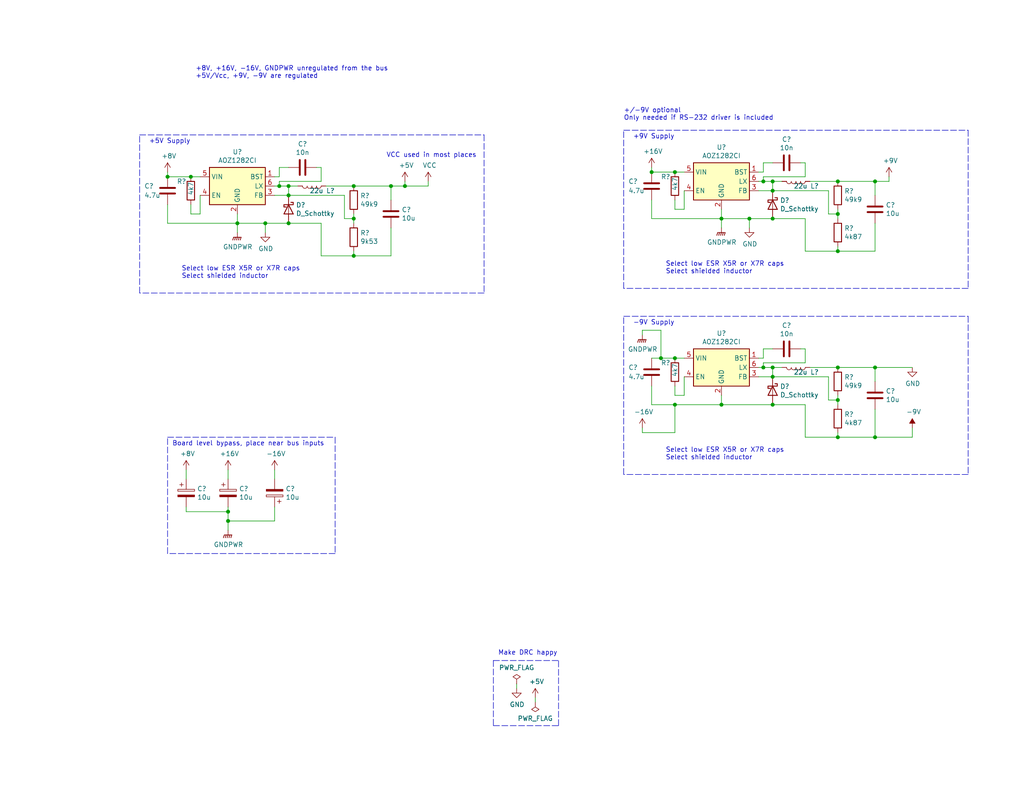
<source format=kicad_sch>
(kicad_sch (version 20211123) (generator eeschema)
  (paper "USLetter")
  (title_block (title "Power Management - zara80 CPU board") (date "2022-01-04") (rev "1") (company "notcows"))
  (lib_symbols
    (symbol "Device:C" (pin_numbers hide) (pin_names (offset 0.254))
      (property "Reference" "C" (at 0.635 2.54 0))
      (property "Value" "C" (at 0.635 -2.54 0))
      (symbol "C_0_1"
        (polyline (pts (xy -2.032 -0.762) (xy 2.032 -0.762)) (stroke (width 0.508)))
        (polyline (pts (xy -2.032 0.762) (xy 2.032 0.762)) (stroke (width 0.508)))
      )
      (symbol "C_1_1"
        (pin passive line (at 0 3.81 270) (length 2.794) (name "~") (number "1"))
        (pin passive line (at 0 -3.81 90) (length 2.794) (name "~") (number "2"))
      )
    )
    (symbol "Device:CP" (pin_numbers hide) (pin_names (offset 0.254))
      (property "Reference" "C" (at 0.635 2.54 0))
      (property "Value" "Device_CP" (at 0.635 -2.54 0))
      (symbol "CP_0_1"
        (rectangle (start -2.286 0.508) (end 2.286 1.016))
        (polyline (pts (xy -1.778 2.286) (xy -0.762 2.286)))
        (polyline (pts (xy -1.27 2.794) (xy -1.27 1.778)))
        (rectangle (start 2.286 -0.508) (end -2.286 -1.016) (fill (type outline)))
      )
      (symbol "CP_1_1"
        (pin passive line (at 0 3.81 270) (length 2.794) (name "~") (number "1"))
        (pin passive line (at 0 -3.81 90) (length 2.794) (name "~") (number "2"))
      )
    )
    (symbol "Device:D_Schottky" (pin_numbers hide) (pin_names (offset 1.016) hide)
      (property "Reference" "D" (at 0 2.54 0))
      (property "Value" "D_Schottky" (at 0 -2.54 0))
      (symbol "D_Schottky_0_1"
        (polyline (pts (xy 1.27 0) (xy -1.27 0)))
        (polyline (pts (xy 1.27 1.27) (xy 1.27 -1.27) (xy -1.27 0) (xy 1.27 1.27)) (stroke (width 0.254)))
        (polyline (pts (xy -1.905 0.635) (xy -1.905 1.27) (xy -1.27 1.27) (xy -1.27 -1.27) (xy -0.635 -1.27) (xy -0.635 -0.635)) (stroke (width 0.254)))
      )
      (symbol "D_Schottky_1_1"
        (pin passive line (at -3.81 0 0) (length 2.54) (name "K") (number "1"))
        (pin passive line (at 3.81 0 180) (length 2.54) (name "A") (number "2"))
      )
    )
    (symbol "Device:L" (pin_numbers hide) (pin_names (offset 1.016) hide)
      (property "Reference" "L" (at -1.27 0 90))
      (property "Value" "L" (at 1.905 0 90))
      (symbol "L_0_1"
        (arc (start 0 -2.54) (mid 0.635 -1.905) (end 0 -1.27))
        (arc (start 0 -1.27) (mid 0.635 -0.635) (end 0 0))
        (arc (start 0 0) (mid 0.635 0.635) (end 0 1.27))
        (arc (start 0 1.27) (mid 0.635 1.905) (end 0 2.54))
      )
      (symbol "L_1_1"
        (pin passive line (at 0 3.81 270) (length 1.27) (name "1") (number "1"))
        (pin passive line (at 0 -3.81 90) (length 1.27) (name "2") (number "2"))
      )
    )
    (symbol "Device:R" (pin_numbers hide) (pin_names (offset 0))
      (property "Reference" "R" (at 2.032 0 90))
      (property "Value" "R" (at 0 0 90))
      (symbol "R_0_1"
        (rectangle (start -1.016 -2.54) (end 1.016 2.54) (stroke (width 0.254)))
      )
      (symbol "R_1_1"
        (pin passive line (at 0 3.81 270) (length 1.27) (name "~") (number "1"))
        (pin passive line (at 0 -3.81 90) (length 1.27) (name "~") (number "2"))
      )
    )
    (symbol "power:+5V" (power) (pin_names (offset 0))
      (property "Value" "+5V" (at 0 3.556 0))
      (symbol "+5V_0_1"
        (polyline (pts (xy -0.762 1.27) (xy 0 2.54)))
        (polyline (pts (xy 0 0) (xy 0 2.54)))
        (polyline (pts (xy 0 2.54) (xy 0.762 1.27)))
      )
      (symbol "+5V_1_1"
        (pin power_in line (at 0 0 90) (length 0) hide (name "+5V") (number "1"))
      )
    )
    (symbol "power:+8V" (power) (pin_names (offset 0))
      (property "Value" "+8V" (at 0 3.556 0))
      (symbol "+8V_0_1"
        (polyline (pts (xy -0.762 1.27) (xy 0 2.54)))
        (polyline (pts (xy 0 0) (xy 0 2.54)))
        (polyline (pts (xy 0 2.54) (xy 0.762 1.27)))
      )
      (symbol "+8V_1_1"
        (pin power_in line (at 0 0 90) (length 0) hide (name "+8V") (number "1"))
      )
    )
    (symbol "power:+9V" (power) (pin_names (offset 0))
      (property "Value" "+9V" (at 0 3.556 0))
      (symbol "+9V_0_1"
        (polyline (pts (xy -0.762 1.27) (xy 0 2.54)))
        (polyline (pts (xy 0 0) (xy 0 2.54)))
        (polyline (pts (xy 0 2.54) (xy 0.762 1.27)))
      )
      (symbol "+9V_1_1"
        (pin power_in line (at 0 0 90) (length 0) hide (name "+9V") (number "1"))
      )
    )
    (symbol "power:-9V" (power) (pin_names (offset 0))
      (property "Value" "-9V" (at 0 3.81 0))
      (symbol "-9V_0_1"
        (polyline (pts (xy 0 0) (xy 0 2.54)))
        (polyline (pts (xy 0.762 1.27) (xy -0.762 1.27) (xy 0 2.54) (xy 0.762 1.27)) (fill (type outline)))
      )
      (symbol "-9V_1_1"
        (pin power_in line (at 0 0 90) (length 0) hide (name "-9V") (number "1"))
      )
    )
    (symbol "power:GND" (power) (pin_names (offset 0))
      (property "Value" "GND" (at 0 -3.81 0))
      (symbol "GND_0_1"
        (polyline (pts (xy 0 0) (xy 0 -1.27) (xy 1.27 -1.27) (xy 0 -2.54) (xy -1.27 -1.27) (xy 0 -1.27)))
      )
      (symbol "GND_1_1"
        (pin power_in line (at 0 0 270) (length 0) hide (name "GND") (number "1"))
      )
    )
    (symbol "power:GNDPWR" (power) (pin_names (offset 0))
      (property "Value" "GNDPWR" (at 0 -3.302 0))
      (symbol "GNDPWR_0_1"
        (polyline (pts (xy 0 -1.27) (xy 0 0)))
        (polyline (pts (xy -1.016 -1.27) (xy -1.27 -2.032) (xy -1.27 -2.032)) (stroke (width 0.2032)))
        (polyline (pts (xy -0.508 -1.27) (xy -0.762 -2.032) (xy -0.762 -2.032)) (stroke (width 0.2032)))
        (polyline (pts (xy 0 -1.27) (xy -0.254 -2.032) (xy -0.254 -2.032)) (stroke (width 0.2032)))
        (polyline (pts (xy 0.508 -1.27) (xy 0.254 -2.032) (xy 0.254 -2.032)) (stroke (width 0.2032)))
        (polyline (pts (xy 1.016 -1.27) (xy -1.016 -1.27) (xy -1.016 -1.27)) (stroke (width 0.2032)))
        (polyline (pts (xy 1.016 -1.27) (xy 0.762 -2.032) (xy 0.762 -2.032) (xy 0.762 -2.032)) (stroke (width 0.2032)))
      )
      (symbol "GNDPWR_1_1"
        (pin power_in line (at 0 0 270) (length 0) hide (name "GNDPWR") (number "1"))
      )
    )
    (symbol "power:PWR_FLAG" (power) (pin_numbers hide) (pin_names (offset 0) hide)
      (property "Value" "PWR_FLAG" (at 0 3.81 0))
      (symbol "PWR_FLAG_0_0"
        (pin power_out line (at 0 0 90) (length 0) (name "pwr") (number "1"))
      )
      (symbol "PWR_FLAG_0_1"
        (polyline (pts (xy 0 0) (xy 0 1.27) (xy -1.016 1.905) (xy 0 2.54) (xy 1.016 1.905) (xy 0 1.27)))
      )
    )
    (symbol "power:VCC" (power) (pin_names (offset 0))
      (property "Value" "VCC" (at 0 3.81 0))
      (symbol "VCC_0_1"
        (polyline (pts (xy -0.762 1.27) (xy 0 2.54)))
        (polyline (pts (xy 0 0) (xy 0 2.54)))
        (polyline (pts (xy 0 2.54) (xy 0.762 1.27)))
      )
      (symbol "VCC_1_1"
        (pin power_in line (at 0 0 90) (length 0) hide (name "VCC") (number "1"))
      )
    )
    (symbol "zara80-cpu-rescue:+16V-vw" (power) (pin_names (offset 0))
      (property "Value" "+16V-vw" (at 0 3.556 0))
      (symbol "+16V-vw_0_1"
        (polyline (pts (xy -0.762 1.27) (xy 0 2.54)))
        (polyline (pts (xy 0 0) (xy 0 2.54)))
        (polyline (pts (xy 0 2.54) (xy 0.762 1.27)))
      )
      (symbol "+16V-vw_1_1"
        (pin power_in line (at 0 0 90) (length 0) hide (name "+16V") (number "1"))
      )
    )
    (symbol "zara80-cpu-rescue:-16V-vw" (power) (pin_names (offset 0))
      (property "Value" "-16V-vw" (at 0 3.556 0))
      (symbol "-16V-vw_0_1"
        (polyline (pts (xy -0.762 1.27) (xy 0 2.54)))
        (polyline (pts (xy 0 0) (xy 0 2.54)))
        (polyline (pts (xy 0 2.54) (xy 0.762 1.27)))
      )
      (symbol "-16V-vw_1_1"
        (pin power_in line (at 0 0 90) (length 0) hide (name "-16V") (number "1"))
      )
    )
    (symbol "zara80-cpu-rescue:AOZ1282CI-Regulator_Switching"
      (property "Reference" "U" (at -6.35 -6.35 0))
      (property "Value" "AOZ1282CI-Regulator_Switching" (at -2.54 6.35 0))
      (symbol "AOZ1282CI-Regulator_Switching_0_1"
        (rectangle (start -7.62 5.08) (end 7.62 -5.08) (stroke (width 0.254)) (fill (type background)))
      )
      (symbol "AOZ1282CI-Regulator_Switching_1_1"
        (pin input line (at 10.16 2.54 180) (length 2.54) (name "BST") (number "1"))
        (pin power_in line (at 0 -7.62 90) (length 2.54) (name "GND") (number "2"))
        (pin input line (at 10.16 -2.54 180) (length 2.54) (name "FB") (number "3"))
        (pin input line (at -10.16 -2.54 0) (length 2.54) (name "EN") (number "4"))
        (pin power_in line (at -10.16 2.54 0) (length 2.54) (name "VIN") (number "5"))
        (pin power_out line (at 10.16 0 180) (length 2.54) (name "LX") (number "6"))
      )
    )
  )
  (junction (at 184.15 46.99))
  (junction (at 106.68 50.8))
  (junction (at 238.76 119.38))
  (junction (at 210.82 100.33))
  (junction (at 208.28 49.53))
  (junction (at 184.15 97.79))
  (junction (at 52.07 48.26))
  (junction (at 208.28 100.33))
  (junction (at 96.52 50.8))
  (junction (at 110.49 50.8))
  (junction (at 96.52 69.85))
  (junction (at 228.6 68.58))
  (junction (at 180.34 97.79))
  (junction (at 62.23 139.7))
  (junction (at 196.85 110.49))
  (junction (at 204.47 59.69))
  (junction (at 238.76 100.33))
  (junction (at 78.74 53.34))
  (junction (at 78.74 50.8))
  (junction (at 210.82 102.87))
  (junction (at 228.6 58.42))
  (junction (at 78.74 60.96))
  (junction (at 228.6 49.53))
  (junction (at 196.85 59.69))
  (junction (at 72.39 60.96))
  (junction (at 210.82 52.07))
  (junction (at 184.15 110.49))
  (junction (at 62.23 142.24))
  (junction (at 96.52 59.69))
  (junction (at 210.82 49.53))
  (junction (at 210.82 59.69))
  (junction (at 228.6 119.38))
  (junction (at 76.2 50.8))
  (junction (at 45.72 48.26))
  (junction (at 177.8 46.99))
  (junction (at 238.76 49.53))
  (junction (at 210.82 110.49))
  (junction (at 228.6 100.33))
  (junction (at 64.77 60.96))
  (junction (at 228.6 109.22))
  (wire (pts (xy 228.6 68.58) (xy 228.6 67.31)))
  (wire (pts (xy 219.71 119.38) (xy 228.6 119.38)))
  (wire (pts (xy 226.06 109.22) (xy 228.6 109.22)))
  (wire (pts (xy 219.71 48.26) (xy 208.28 48.26)))
  (wire (pts (xy 78.74 53.34) (xy 78.74 50.8)))
  (wire (pts (xy 96.52 59.69) (xy 96.52 58.42)))
  (wire (pts (xy 74.93 128.27) (xy 74.93 130.81)))
  (polyline (pts (xy 134.62 198.12) (xy 152.4 198.12)))
  (wire (pts (xy 228.6 119.38) (xy 228.6 118.11)))
  (wire (pts (xy 207.01 46.99) (xy 208.28 46.99)))
  (wire (pts (xy 218.44 44.45) (xy 219.71 44.45)))
  (wire (pts (xy 207.01 97.79) (xy 208.28 97.79)))
  (wire (pts (xy 184.15 107.95) (xy 186.69 107.95)))
  (wire (pts (xy 50.8 128.27) (xy 50.8 130.81)))
  (wire (pts (xy 54.61 58.42) (xy 54.61 53.34)))
  (wire (pts (xy 210.82 110.49) (xy 219.71 110.49)))
  (wire (pts (xy 88.9 50.8) (xy 96.52 50.8)))
  (wire (pts (xy 72.39 60.96) (xy 64.77 60.96)))
  (wire (pts (xy 210.82 49.53) (xy 213.36 49.53)))
  (wire (pts (xy 175.26 90.17) (xy 180.34 90.17)))
  (wire (pts (xy 76.2 45.72) (xy 78.74 45.72)))
  (wire (pts (xy 186.69 57.15) (xy 186.69 52.07)))
  (wire (pts (xy 87.63 69.85) (xy 96.52 69.85)))
  (wire (pts (xy 208.28 48.26) (xy 208.28 49.53)))
  (wire (pts (xy 228.6 58.42) (xy 228.6 57.15)))
  (wire (pts (xy 218.44 95.25) (xy 219.71 95.25)))
  (wire (pts (xy 208.28 99.06) (xy 208.28 100.33)))
  (wire (pts (xy 238.76 68.58) (xy 228.6 68.58)))
  (wire (pts (xy 64.77 60.96) (xy 64.77 58.42)))
  (wire (pts (xy 50.8 139.7) (xy 62.23 139.7)))
  (wire (pts (xy 210.82 102.87) (xy 210.82 100.33)))
  (wire (pts (xy 208.28 44.45) (xy 210.82 44.45)))
  (wire (pts (xy 76.2 50.8) (xy 74.93 50.8)))
  (polyline (pts (xy 264.16 86.36) (xy 264.16 129.54)))
  (wire (pts (xy 204.47 62.23) (xy 204.47 59.69)))
  (wire (pts (xy 219.71 44.45) (xy 219.71 48.26)))
  (wire (pts (xy 238.76 119.38) (xy 248.92 119.38)))
  (wire (pts (xy 184.15 57.15) (xy 186.69 57.15)))
  (polyline (pts (xy 38.1 36.83) (xy 132.08 36.83)))
  (wire (pts (xy 116.84 49.53) (xy 116.84 50.8)))
  (wire (pts (xy 210.82 100.33) (xy 213.36 100.33)))
  (wire (pts (xy 238.76 111.76) (xy 238.76 119.38)))
  (wire (pts (xy 62.23 142.24) (xy 74.93 142.24)))
  (wire (pts (xy 210.82 59.69) (xy 219.71 59.69)))
  (wire (pts (xy 248.92 119.38) (xy 248.92 116.84)))
  (wire (pts (xy 228.6 49.53) (xy 238.76 49.53)))
  (wire (pts (xy 62.23 144.78) (xy 62.23 142.24)))
  (wire (pts (xy 238.76 60.96) (xy 238.76 68.58)))
  (wire (pts (xy 50.8 138.43) (xy 50.8 139.7)))
  (wire (pts (xy 220.98 49.53) (xy 228.6 49.53)))
  (polyline (pts (xy 134.62 180.34) (xy 152.4 180.34)))
  (polyline (pts (xy 45.72 119.38) (xy 91.44 119.38)))
  (wire (pts (xy 106.68 62.23) (xy 106.68 69.85)))
  (wire (pts (xy 78.74 60.96) (xy 87.63 60.96)))
  (wire (pts (xy 208.28 49.53) (xy 210.82 49.53)))
  (wire (pts (xy 242.57 49.53) (xy 242.57 48.26)))
  (wire (pts (xy 208.28 46.99) (xy 208.28 44.45)))
  (polyline (pts (xy 132.08 36.83) (xy 132.08 80.01)))
  (wire (pts (xy 219.71 95.25) (xy 219.71 99.06)))
  (wire (pts (xy 106.68 50.8) (xy 110.49 50.8)))
  (polyline (pts (xy 152.4 198.12) (xy 152.4 180.34)))
  (polyline (pts (xy 170.18 129.54) (xy 170.18 86.36)))
  (wire (pts (xy 208.28 100.33) (xy 210.82 100.33)))
  (wire (pts (xy 96.52 69.85) (xy 96.52 68.58)))
  (wire (pts (xy 177.8 45.72) (xy 177.8 46.99)))
  (wire (pts (xy 72.39 63.5) (xy 72.39 60.96)))
  (wire (pts (xy 226.06 102.87) (xy 226.06 109.22)))
  (wire (pts (xy 175.26 91.44) (xy 175.26 90.17)))
  (wire (pts (xy 207.01 52.07) (xy 210.82 52.07)))
  (wire (pts (xy 62.23 139.7) (xy 62.23 138.43)))
  (wire (pts (xy 52.07 55.88) (xy 52.07 58.42)))
  (wire (pts (xy 177.8 46.99) (xy 184.15 46.99)))
  (wire (pts (xy 64.77 63.5) (xy 64.77 60.96)))
  (wire (pts (xy 207.01 102.87) (xy 210.82 102.87)))
  (wire (pts (xy 146.05 190.5) (xy 146.05 191.77)))
  (wire (pts (xy 208.28 95.25) (xy 210.82 95.25)))
  (wire (pts (xy 184.15 46.99) (xy 186.69 46.99)))
  (wire (pts (xy 204.47 59.69) (xy 196.85 59.69)))
  (polyline (pts (xy 91.44 119.38) (xy 91.44 151.13)))
  (polyline (pts (xy 170.18 78.74) (xy 170.18 35.56)))
  (polyline (pts (xy 91.44 151.13) (xy 45.72 151.13)))
  (polyline (pts (xy 264.16 78.74) (xy 170.18 78.74)))
  (wire (pts (xy 74.93 48.26) (xy 76.2 48.26)))
  (wire (pts (xy 238.76 49.53) (xy 242.57 49.53)))
  (wire (pts (xy 210.82 52.07) (xy 210.82 49.53)))
  (wire (pts (xy 175.26 118.11) (xy 184.15 118.11)))
  (wire (pts (xy 184.15 110.49) (xy 196.85 110.49)))
  (wire (pts (xy 186.69 107.95) (xy 186.69 102.87)))
  (wire (pts (xy 110.49 50.8) (xy 110.49 49.53)))
  (wire (pts (xy 116.84 50.8) (xy 110.49 50.8)))
  (wire (pts (xy 208.28 97.79) (xy 208.28 95.25)))
  (polyline (pts (xy 38.1 80.01) (xy 38.1 36.83)))
  (wire (pts (xy 238.76 49.53) (xy 238.76 53.34)))
  (polyline (pts (xy 134.62 180.34) (xy 134.62 198.12)))
  (wire (pts (xy 76.2 49.53) (xy 76.2 50.8)))
  (wire (pts (xy 196.85 62.23) (xy 196.85 59.69)))
  (wire (pts (xy 45.72 48.26) (xy 52.07 48.26)))
  (wire (pts (xy 93.98 53.34) (xy 93.98 59.69)))
  (wire (pts (xy 208.28 100.33) (xy 207.01 100.33)))
  (wire (pts (xy 78.74 53.34) (xy 93.98 53.34)))
  (wire (pts (xy 238.76 119.38) (xy 228.6 119.38)))
  (wire (pts (xy 196.85 110.49) (xy 210.82 110.49)))
  (wire (pts (xy 208.28 49.53) (xy 207.01 49.53)))
  (wire (pts (xy 238.76 100.33) (xy 238.76 104.14)))
  (wire (pts (xy 219.71 99.06) (xy 208.28 99.06)))
  (wire (pts (xy 76.2 48.26) (xy 76.2 45.72)))
  (polyline (pts (xy 45.72 151.13) (xy 45.72 119.38)))
  (wire (pts (xy 177.8 54.61) (xy 177.8 59.69)))
  (wire (pts (xy 106.68 69.85) (xy 96.52 69.85)))
  (wire (pts (xy 78.74 50.8) (xy 81.28 50.8)))
  (wire (pts (xy 204.47 59.69) (xy 210.82 59.69)))
  (wire (pts (xy 210.82 102.87) (xy 226.06 102.87)))
  (wire (pts (xy 220.98 100.33) (xy 228.6 100.33)))
  (wire (pts (xy 177.8 110.49) (xy 184.15 110.49)))
  (wire (pts (xy 219.71 68.58) (xy 228.6 68.58)))
  (wire (pts (xy 180.34 97.79) (xy 184.15 97.79)))
  (wire (pts (xy 219.71 110.49) (xy 219.71 119.38)))
  (wire (pts (xy 96.52 50.8) (xy 106.68 50.8)))
  (wire (pts (xy 175.26 116.84) (xy 175.26 118.11)))
  (wire (pts (xy 228.6 100.33) (xy 238.76 100.33)))
  (wire (pts (xy 74.93 142.24) (xy 74.93 138.43)))
  (wire (pts (xy 96.52 59.69) (xy 96.52 60.96)))
  (wire (pts (xy 196.85 59.69) (xy 196.85 57.15)))
  (wire (pts (xy 106.68 50.8) (xy 106.68 54.61)))
  (wire (pts (xy 62.23 142.24) (xy 62.23 139.7)))
  (wire (pts (xy 226.06 52.07) (xy 226.06 58.42)))
  (wire (pts (xy 184.15 118.11) (xy 184.15 110.49)))
  (wire (pts (xy 184.15 54.61) (xy 184.15 57.15)))
  (wire (pts (xy 87.63 60.96) (xy 87.63 69.85)))
  (wire (pts (xy 177.8 59.69) (xy 196.85 59.69)))
  (wire (pts (xy 76.2 50.8) (xy 78.74 50.8)))
  (wire (pts (xy 52.07 48.26) (xy 54.61 48.26)))
  (wire (pts (xy 177.8 97.79) (xy 180.34 97.79)))
  (wire (pts (xy 180.34 90.17) (xy 180.34 97.79)))
  (wire (pts (xy 62.23 128.27) (xy 62.23 130.81)))
  (wire (pts (xy 93.98 59.69) (xy 96.52 59.69)))
  (wire (pts (xy 238.76 100.33) (xy 248.92 100.33)))
  (wire (pts (xy 72.39 60.96) (xy 78.74 60.96)))
  (wire (pts (xy 45.72 60.96) (xy 64.77 60.96)))
  (wire (pts (xy 210.82 52.07) (xy 226.06 52.07)))
  (wire (pts (xy 52.07 58.42) (xy 54.61 58.42)))
  (wire (pts (xy 45.72 55.88) (xy 45.72 60.96)))
  (polyline (pts (xy 264.16 35.56) (xy 264.16 78.74)))
  (polyline (pts (xy 264.16 129.54) (xy 170.18 129.54)))
  (wire (pts (xy 87.63 45.72) (xy 87.63 49.53)))
  (wire (pts (xy 184.15 97.79) (xy 186.69 97.79)))
  (wire (pts (xy 74.93 53.34) (xy 78.74 53.34)))
  (polyline (pts (xy 170.18 86.36) (xy 264.16 86.36)))
  (wire (pts (xy 140.97 187.96) (xy 140.97 186.69)))
  (wire (pts (xy 219.71 59.69) (xy 219.71 68.58)))
  (wire (pts (xy 177.8 105.41) (xy 177.8 110.49)))
  (wire (pts (xy 184.15 105.41) (xy 184.15 107.95)))
  (wire (pts (xy 45.72 46.99) (xy 45.72 48.26)))
  (wire (pts (xy 228.6 58.42) (xy 228.6 59.69)))
  (wire (pts (xy 228.6 109.22) (xy 228.6 107.95)))
  (wire (pts (xy 228.6 109.22) (xy 228.6 110.49)))
  (wire (pts (xy 196.85 110.49) (xy 196.85 107.95)))
  (polyline (pts (xy 132.08 80.01) (xy 38.1 80.01)))
  (wire (pts (xy 86.36 45.72) (xy 87.63 45.72)))
  (wire (pts (xy 87.63 49.53) (xy 76.2 49.53)))
  (polyline (pts (xy 170.18 35.56) (xy 264.16 35.56)))
  (wire (pts (xy 226.06 58.42) (xy 228.6 58.42)))
  (text "-9V Supply" (at 172.72 88.9 0) (effects (font (size 1.27 1.27)) (justify left bottom)))
  (text "Make DRC happy" (at 135.89 179.07 0) (effects (font (size 1.27 1.27)) (justify left bottom)))
  (text "Select low ESR X5R or X7R caps\nSelect shielded inductor" (at 49.53 76.2 0) (effects (font (size 1.27 1.27)) (justify left bottom)))
  (text "Board level bypass, place near bus inputs" (at 46.99 121.92 0) (effects (font (size 1.27 1.27)) (justify left bottom)))
  (text "VCC used in most places" (at 105.41 43.18 0) (effects (font (size 1.27 1.27)) (justify left bottom)))
  (text "+5V Supply" (at 40.64 39.37 0) (effects (font (size 1.27 1.27)) (justify left bottom)))
  (text "+/-9V optional\nOnly needed if RS-232 driver is included" (at 170.18 33.02 0) (effects (font (size 1.27 1.27)) (justify left bottom)))
  (text "Select low ESR X5R or X7R caps\nSelect shielded inductor" (at 181.61 74.93 0) (effects (font (size 1.27 1.27)) (justify left bottom)))
  (text "+8V, +16V, -16V, GNDPWR unregulated from the bus\n+5V/Vcc, +9V, -9V are regulated" (at 53.34 21.59 0) (effects (font (size 1.27 1.27)) (justify left bottom)))
  (text "+9V Supply" (at 172.72 38.1 0) (effects (font (size 1.27 1.27)) (justify left bottom)))
  (text "Select low ESR X5R or X7R caps\nSelect shielded inductor" (at 181.61 125.73 0) (effects (font (size 1.27 1.27)) (justify left bottom)))
  (symbol (lib_id "power:GNDPWR") (at 196.85 62.23 0) (unit 1)
    (property "Reference" "#PWR?" (effects hide))
    (property "Value" "GNDPWR" (at 196.9516 66.1416 0))
  )
  (symbol (lib_id "power:GND") (at 204.47 62.23 0) (unit 1)
    (property "Reference" "#PWR?" (effects hide))
    (property "Value" "GND" (at 204.597 66.6242 0))
  )
  (symbol (lib_id "zara80-cpu-rescue:AOZ1282CI-Regulator_Switching") (at 196.85 49.53 0)
    (property "Reference" "U?" (at 196.85 40.2082 0))
    (property "Value" "AOZ1282CI" (at 196.85 42.5196 0))
    (property "Footprint" "Package_TO_SOT_SMD:SOT-23-6" (effects hide))
    (property "Datasheet" "http://aosmd.com/res/data_sheets/AOZ1282CI.pdf" (effects hide))
  )
  (symbol (lib_id "Device:R") (at 228.6 53.34 0) (unit 1)
    (property "Reference" "R?" (at 230.378 52.1716 0) (effects (justify left)))
    (property "Value" "49k9" (at 230.378 54.483 0) (effects (justify left)))
  )
  (symbol (lib_id "Device:R") (at 228.6 63.5 0) (unit 1)
    (property "Reference" "R?" (at 230.378 62.3316 0) (effects (justify left)))
    (property "Value" "4k87" (at 230.378 64.643 0) (effects (justify left)))
  )
  (symbol (lib_id "Device:C") (at 177.8 50.8 180) (unit 1)
    (property "Reference" "C?" (at 171.45 49.53 0) (effects (justify right)))
    (property "Value" "4.7u" (at 171.45 52.07 0) (effects (justify right)))
  )
  (symbol (lib_id "Device:C") (at 214.63 44.45 270) (unit 1)
    (property "Reference" "C?" (at 214.63 38.0492 90))
    (property "Value" "10n" (at 214.63 40.3606 90))
  )
  (symbol (lib_id "Device:L") (at 217.17 49.53 270) (unit 1)
    (property "Reference" "L?" (at 222.25 50.8 90))
    (property "Value" "22u" (at 218.44 50.8 90))
  )
  (symbol (lib_id "Device:D_Schottky") (at 210.82 55.88 270) (unit 1)
    (property "Reference" "D?" (at 212.852 54.7116 90) (effects (justify left)))
    (property "Value" "D_Schottky" (at 212.852 57.023 90) (effects (justify left)))
  )
  (symbol (lib_id "Device:C") (at 238.76 57.15 0) (unit 1)
    (property "Reference" "C?" (at 241.681 55.9816 0) (effects (justify left)))
    (property "Value" "10u" (at 241.681 58.293 0) (effects (justify left)))
  )
  (symbol (lib_id "Device:R") (at 184.15 50.8 0) (unit 1)
    (property "Reference" "R?" (at 180.34 48.26 0) (effects (justify left)))
    (property "Value" "4k7" (at 184.15 52.07 90) (effects (justify left)))
  )
  (symbol (lib_id "power:+9V") (at 242.57 48.26 0) (unit 1)
    (property "Reference" "#PWR?" (effects hide))
    (property "Value" "+9V" (at 242.951 43.8658 0))
  )
  (symbol (lib_id "zara80-cpu-rescue:+16V-vw") (at 177.8 45.72 0) (unit 1)
    (property "Reference" "#PWR?" (effects hide))
    (property "Value" "+16V-vw" (at 178.181 41.3258 0))
  )
  (symbol (lib_id "zara80-cpu-rescue:AOZ1282CI-Regulator_Switching") (at 196.85 100.33 0)
    (property "Reference" "U?" (at 196.85 91.0082 0))
    (property "Value" "AOZ1282CI" (at 196.85 93.3196 0))
    (property "Footprint" "Package_TO_SOT_SMD:SOT-23-6" (effects hide))
    (property "Datasheet" "http://aosmd.com/res/data_sheets/AOZ1282CI.pdf" (effects hide))
  )
  (symbol (lib_id "Device:R") (at 228.6 104.14 0) (unit 1)
    (property "Reference" "R?" (at 230.378 102.9716 0) (effects (justify left)))
    (property "Value" "49k9" (at 230.378 105.283 0) (effects (justify left)))
  )
  (symbol (lib_id "Device:R") (at 228.6 114.3 0) (unit 1)
    (property "Reference" "R?" (at 230.378 113.1316 0) (effects (justify left)))
    (property "Value" "4k87" (at 230.378 115.443 0) (effects (justify left)))
  )
  (symbol (lib_id "Device:C") (at 177.8 101.6 180) (unit 1)
    (property "Reference" "C?" (at 171.45 100.33 0) (effects (justify right)))
    (property "Value" "4.7u" (at 171.45 102.87 0) (effects (justify right)))
  )
  (symbol (lib_id "Device:C") (at 214.63 95.25 270) (unit 1)
    (property "Reference" "C?" (at 214.63 88.8492 90))
    (property "Value" "10n" (at 214.63 91.1606 90))
  )
  (symbol (lib_id "Device:L") (at 217.17 100.33 270) (unit 1)
    (property "Reference" "L?" (at 222.25 101.6 90))
    (property "Value" "22u" (at 218.44 101.6 90))
  )
  (symbol (lib_id "Device:D_Schottky") (at 210.82 106.68 270) (unit 1)
    (property "Reference" "D?" (at 212.852 105.5116 90) (effects (justify left)))
    (property "Value" "D_Schottky" (at 212.852 107.823 90) (effects (justify left)))
  )
  (symbol (lib_id "Device:C") (at 238.76 107.95 0) (unit 1)
    (property "Reference" "C?" (at 241.681 106.7816 0) (effects (justify left)))
    (property "Value" "10u" (at 241.681 109.093 0) (effects (justify left)))
  )
  (symbol (lib_id "Device:R") (at 184.15 101.6 0) (unit 1)
    (property "Reference" "R?" (at 180.34 99.06 0) (effects (justify left)))
    (property "Value" "4k7" (at 184.15 102.87 90) (effects (justify left)))
  )
  (symbol (lib_id "zara80-cpu-rescue:-16V-vw") (at 175.26 116.84 0) (unit 1)
    (property "Reference" "#PWR?" (effects hide))
    (property "Value" "-16V-vw" (at 175.641 112.4458 0))
  )
  (symbol (lib_id "power:-9V") (at 248.92 116.84 0) (unit 1)
    (property "Reference" "#PWR?" (effects hide))
    (property "Value" "-9V" (at 249.301 112.4458 0))
  )
  (symbol (lib_id "power:GND") (at 248.92 100.33 0) (unit 1)
    (property "Reference" "#PWR?" (effects hide))
    (property "Value" "GND" (at 249.047 104.7242 0))
  )
  (symbol (lib_id "power:GNDPWR") (at 64.77 63.5 0) (unit 1)
    (property "Reference" "#PWR?" (effects hide))
    (property "Value" "GNDPWR" (at 64.8716 67.4116 0))
  )
  (symbol (lib_id "power:+8V") (at 45.72 46.99 0) (unit 1)
    (property "Reference" "#PWR?" (effects hide))
    (property "Value" "+8V" (at 46.101 42.5958 0))
  )
  (symbol (lib_id "power:GNDPWR") (at 175.26 91.44 0) (unit 1)
    (property "Reference" "#PWR?" (effects hide))
    (property "Value" "GNDPWR" (at 175.3616 95.3516 0))
  )
  (symbol (lib_id "power:GND") (at 72.39 63.5 0) (unit 1)
    (property "Reference" "#PWR?" (effects hide))
    (property "Value" "GND" (at 72.517 67.8942 0))
  )
  (symbol (lib_id "zara80-cpu-rescue:AOZ1282CI-Regulator_Switching") (at 64.77 50.8 0)
    (property "Reference" "U?" (at 64.77 41.4782 0))
    (property "Value" "AOZ1282CI" (at 64.77 43.7896 0))
    (property "Footprint" "Package_TO_SOT_SMD:SOT-23-6" (effects hide))
    (property "Datasheet" "http://aosmd.com/res/data_sheets/AOZ1282CI.pdf" (effects hide))
  )
  (symbol (lib_id "Device:R") (at 96.52 54.61 0) (unit 1)
    (property "Reference" "R?" (at 98.298 53.4416 0) (effects (justify left)))
    (property "Value" "49k9" (at 98.298 55.753 0) (effects (justify left)))
  )
  (symbol (lib_id "Device:R") (at 96.52 64.77 0) (unit 1)
    (property "Reference" "R?" (at 98.298 63.6016 0) (effects (justify left)))
    (property "Value" "9k53" (at 98.298 65.913 0) (effects (justify left)))
  )
  (symbol (lib_id "Device:C") (at 45.72 52.07 180) (unit 1)
    (property "Reference" "C?" (at 39.37 50.8 0) (effects (justify right)))
    (property "Value" "4.7u" (at 39.37 53.34 0) (effects (justify right)))
  )
  (symbol (lib_id "Device:C") (at 82.55 45.72 270) (unit 1)
    (property "Reference" "C?" (at 82.55 39.3192 90))
    (property "Value" "10n" (at 82.55 41.6306 90))
  )
  (symbol (lib_id "Device:L") (at 85.09 50.8 270) (unit 1)
    (property "Reference" "L?" (at 90.17 52.07 90))
    (property "Value" "22u" (at 86.36 52.07 90))
  )
  (symbol (lib_id "Device:D_Schottky") (at 78.74 57.15 270) (unit 1)
    (property "Reference" "D?" (at 80.772 55.9816 90) (effects (justify left)))
    (property "Value" "D_Schottky" (at 80.772 58.293 90) (effects (justify left)))
  )
  (symbol (lib_id "Device:C") (at 106.68 58.42 0) (unit 1)
    (property "Reference" "C?" (at 109.601 57.2516 0) (effects (justify left)))
    (property "Value" "10u" (at 109.601 59.563 0) (effects (justify left)))
  )
  (symbol (lib_id "power:+5V") (at 110.49 49.53 0) (unit 1)
    (property "Reference" "#PWR?" (effects hide))
    (property "Value" "+5V" (at 110.871 45.1358 0))
  )
  (symbol (lib_id "Device:R") (at 52.07 52.07 0) (unit 1)
    (property "Reference" "R?" (at 48.26 49.53 0) (effects (justify left)))
    (property "Value" "4k7" (at 52.07 53.34 90) (effects (justify left)))
  )
  (symbol (lib_id "power:PWR_FLAG") (at 140.97 186.69 0) (unit 1)
    (property "Reference" "#FLG?" (effects hide))
    (property "Value" "PWR_FLAG" (at 140.97 182.2958 0))
  )
  (symbol (lib_id "power:PWR_FLAG") (at 146.05 191.77 0) (mirror x) (unit 1)
    (property "Reference" "#FLG?" (effects hide))
    (property "Value" "PWR_FLAG" (at 146.05 196.1642 0))
  )
  (symbol (lib_id "power:+5V") (at 146.05 190.5 0) (unit 1)
    (property "Reference" "#PWR?" (effects hide))
    (property "Value" "+5V" (at 146.431 186.1058 0))
  )
  (symbol (lib_id "power:GND") (at 140.97 187.96 0) (unit 1)
    (property "Reference" "#PWR?" (effects hide))
    (property "Value" "GND" (at 141.097 192.3542 0))
  )
  (symbol (lib_id "power:VCC") (at 116.84 49.53 0) (unit 1)
    (property "Reference" "#PWR?" (effects hide))
    (property "Value" "VCC" (at 117.221 45.1358 0))
  )
  (symbol (lib_id "power:+8V") (at 50.8 128.27 0) (unit 1)
    (property "Reference" "#PWR?" (effects hide))
    (property "Value" "+8V" (at 51.181 123.8758 0))
  )
  (symbol (lib_id "zara80-cpu-rescue:+16V-vw") (at 62.23 128.27 0) (unit 1)
    (property "Reference" "#PWR?" (effects hide))
    (property "Value" "+16V-vw" (at 62.611 123.8758 0))
  )
  (symbol (lib_id "zara80-cpu-rescue:-16V-vw") (at 74.93 128.27 0) (unit 1)
    (property "Reference" "#PWR?" (effects hide))
    (property "Value" "-16V-vw" (at 75.311 123.8758 0))
  )
  (symbol (lib_id "power:GNDPWR") (at 62.23 144.78 0) (unit 1)
    (property "Reference" "#PWR?" (effects hide))
    (property "Value" "GNDPWR" (at 62.3316 148.6916 0))
  )
  (symbol (lib_id "Device:CP") (at 50.8 134.62 0) (unit 1)
    (property "Reference" "C?" (at 53.7972 133.4516 0) (effects (justify left)))
    (property "Value" "10u" (at 53.7972 135.763 0) (effects (justify left)))
  )
  (symbol (lib_id "Device:CP") (at 62.23 134.62 0) (unit 1)
    (property "Reference" "C?" (at 65.2272 133.4516 0) (effects (justify left)))
    (property "Value" "10u" (at 65.2272 135.763 0) (effects (justify left)))
  )
  (symbol (lib_id "Device:CP") (at 74.93 134.62 180) (unit 1)
    (property "Reference" "C?" (at 77.9272 133.4516 0) (effects (justify right)))
    (property "Value" "10u" (at 77.9272 135.763 0) (effects (justify right)))
  )
)
</source>
